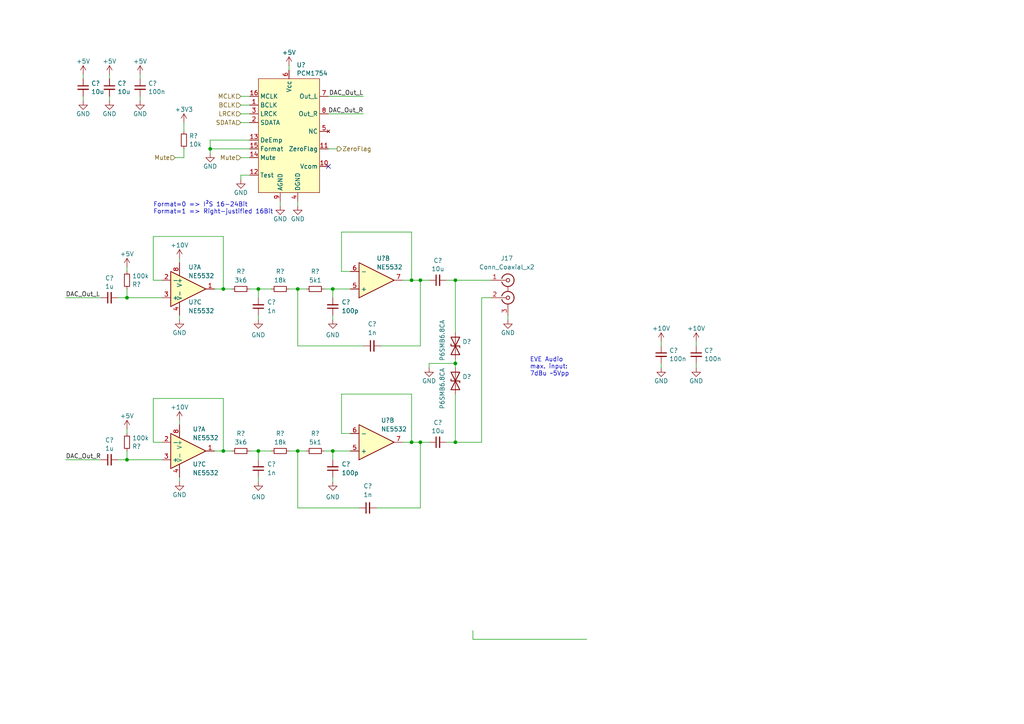
<source format=kicad_sch>
(kicad_sch (version 20230121) (generator eeschema)
  (paper "A4")
  (title_block (title "SmallDSP") (date "2023-10-12") (rev "1.1") (company "Till Heuer"))
  (lib_symbols
    (symbol "1_Project_Symbols:PCM1754"
      (property "Reference" "U" (at -7.62 17.78 0))
      (property "Value" "PCM1754" (at 5.08 17.78 0))
      (symbol "PCM1754_1_1"
        (rectangle (start -8.89 16.51) (end 8.89 -16.51) (fill (type background)))
        (pin input line (at -11.43 8.89 0) (length 2.54) (name "BCLK") (number "1"))
        (pin passive line (at 11.43 -8.89 180) (length 2.54) (name "Vcom") (number "10"))
        (pin output line (at 11.43 -3.81 180) (length 2.54) (name "ZeroFlag") (number "11"))
        (pin input line (at -11.43 -11.43 0) (length 2.54) (name "Test") (number "12"))
        (pin input line (at -11.43 -1.27 0) (length 2.54) (name "DeEmp") (number "13"))
        (pin input line (at -11.43 -6.35 0) (length 2.54) (name "Mute") (number "14"))
        (pin input line (at -11.43 -3.81 0) (length 2.54) (name "Format") (number "15"))
        (pin input line (at -11.43 11.43 0) (length 2.54) (name "MCLK") (number "16"))
        (pin input line (at -11.43 3.81 0) (length 2.54) (name "SDATA") (number "2"))
        (pin input line (at -11.43 6.35 0) (length 2.54) (name "LRCK") (number "3"))
        (pin power_in line (at 2.54 -19.05 90) (length 2.54) (name "DGND") (number "4"))
        (pin no_connect line (at 11.43 1.27 180) (length 2.54) (name "NC") (number "5"))
        (pin power_in line (at 0 19.05 270) (length 2.54) (name "Vcc") (number "6"))
        (pin output line (at 11.43 11.43 180) (length 2.54) (name "Out_L") (number "7"))
        (pin output line (at 11.43 6.35 180) (length 2.54) (name "Out_R") (number "8"))
        (pin power_in line (at -2.54 -19.05 90) (length 2.54) (name "AGND") (number "9"))
      )
    )
    (symbol "Connector:Conn_Coaxial_x2" (pin_names (offset 1.016) hide)
      (property "Reference" "J" (at 0 5.715 0))
      (property "Value" "Conn_Coaxial_x2" (at 2.921 0 90))
      (symbol "Conn_Coaxial_x2_0_1"
        (arc (start -1.778 -3.048) (mid 0.2311 -4.3466) (end 1.778 -2.54) (stroke (width 0.254)))
        (arc (start -1.778 2.032) (mid 0.2311 0.7334) (end 1.778 2.54) (stroke (width 0.254)))
        (circle (center 0 -2.54) (radius 0.508) (stroke (width 0.2032)))
        (polyline (pts (xy -2.54 -2.54) (xy -0.508 -2.54)))
        (polyline (pts (xy -2.54 2.54) (xy -0.508 2.54)))
        (polyline (pts (xy 0 -5.08) (xy 0 -4.318)))
        (polyline (pts (xy 0 0.762) (xy 0 -0.635)))
        (circle (center 0 2.54) (radius 0.508) (stroke (width 0.2032)))
        (arc (start 1.778 -2.54) (mid 0.2099 -0.7299) (end -1.778 -2.032) (stroke (width 0.254)))
        (arc (start 1.778 2.54) (mid 0.2099 4.3501) (end -1.778 3.048) (stroke (width 0.254)))
      )
      (symbol "Conn_Coaxial_x2_1_1"
        (pin passive line (at -5.08 2.54 0) (length 2.54) (name "IN1") (number "1"))
        (pin passive line (at -5.08 -2.54 0) (length 2.54) (name "IN2") (number "2"))
        (pin passive line (at 0 -7.62 90) (length 2.54) (name "EXT") (number "3"))
      )
    )
    (symbol "Device:C_Small" (pin_numbers hide) (pin_names (offset 0.254) hide)
      (property "Reference" "C" (at 0.254 1.778 0))
      (property "Value" "C_Small" (at 0.254 -2.032 0))
      (symbol "C_Small_0_1"
        (polyline (pts (xy -1.524 -0.508) (xy 1.524 -0.508)) (stroke (width 0.3302)))
        (polyline (pts (xy -1.524 0.508) (xy 1.524 0.508)) (stroke (width 0.3048)))
      )
      (symbol "C_Small_1_1"
        (pin passive line (at 0 2.54 270) (length 2.032) (name "~") (number "1"))
        (pin passive line (at 0 -2.54 90) (length 2.032) (name "~") (number "2"))
      )
    )
    (symbol "Device:D_TVS" (pin_numbers hide) (pin_names (offset 1.016) hide)
      (property "Reference" "D" (at 0 2.54 0))
      (property "Value" "D_TVS" (at 0 -2.54 0))
      (symbol "D_TVS_0_1"
        (polyline (pts (xy 1.27 0) (xy -1.27 0)))
        (polyline (pts (xy 0.508 1.27) (xy 0 1.27) (xy 0 -1.27) (xy -0.508 -1.27)) (stroke (width 0.254)))
        (polyline (pts (xy -2.54 1.27) (xy -2.54 -1.27) (xy 2.54 1.27) (xy 2.54 -1.27) (xy -2.54 1.27)) (stroke (width 0.254)))
      )
      (symbol "D_TVS_1_1"
        (pin passive line (at -3.81 0 0) (length 2.54) (name "A1") (number "1"))
        (pin passive line (at 3.81 0 180) (length 2.54) (name "A2") (number "2"))
      )
    )
    (symbol "Device:Opamp_Dual"
      (property "Reference" "U" (at 0 5.08 0))
      (property "Value" "Opamp_Dual" (at 0 -5.08 0))
      (symbol "Opamp_Dual_1_1"
        (polyline (pts (xy -5.08 5.08) (xy 5.08 0) (xy -5.08 -5.08) (xy -5.08 5.08)) (stroke (width 0.254)) (fill (type background)))
        (pin output line (at 7.62 0 180) (length 2.54) (name "~") (number "1"))
        (pin input line (at -7.62 -2.54 0) (length 2.54) (name "-") (number "2"))
        (pin input line (at -7.62 2.54 0) (length 2.54) (name "+") (number "3"))
      )
      (symbol "Opamp_Dual_2_1"
        (polyline (pts (xy -5.08 5.08) (xy 5.08 0) (xy -5.08 -5.08) (xy -5.08 5.08)) (stroke (width 0.254)) (fill (type background)))
        (pin input line (at -7.62 2.54 0) (length 2.54) (name "+") (number "5"))
        (pin input line (at -7.62 -2.54 0) (length 2.54) (name "-") (number "6"))
        (pin output line (at 7.62 0 180) (length 2.54) (name "~") (number "7"))
      )
      (symbol "Opamp_Dual_3_1"
        (pin power_in line (at -2.54 -7.62 90) (length 3.81) (name "V-") (number "4"))
        (pin power_in line (at -2.54 7.62 270) (length 3.81) (name "V+") (number "8"))
      )
    )
    (symbol "Device:R_Small" (pin_numbers hide) (pin_names (offset 0.254) hide)
      (property "Reference" "R" (at 0.762 0.508 0))
      (property "Value" "R_Small" (at 0.762 -1.016 0))
      (symbol "R_Small_0_1"
        (rectangle (start -0.762 1.778) (end 0.762 -1.778) (stroke (width 0.2032)))
      )
      (symbol "R_Small_1_1"
        (pin passive line (at 0 2.54 270) (length 0.762) (name "~") (number "1"))
        (pin passive line (at 0 -2.54 90) (length 0.762) (name "~") (number "2"))
      )
    )
    (symbol "power:+10V" (power) (pin_names (offset 0))
      (property "Value" "+10V" (at 0 3.556 0))
      (symbol "+10V_0_1"
        (polyline (pts (xy -0.762 1.27) (xy 0 2.54)))
        (polyline (pts (xy 0 0) (xy 0 2.54)))
        (polyline (pts (xy 0 2.54) (xy 0.762 1.27)))
      )
      (symbol "+10V_1_1"
        (pin power_in line (at 0 0 90) (length 0) hide (name "+10V") (number "1"))
      )
    )
    (symbol "power:+3V3" (power) (pin_names (offset 0))
      (property "Value" "+3V3" (at 0 3.556 0))
      (symbol "+3V3_0_1"
        (polyline (pts (xy -0.762 1.27) (xy 0 2.54)))
        (polyline (pts (xy 0 0) (xy 0 2.54)))
        (polyline (pts (xy 0 2.54) (xy 0.762 1.27)))
      )
      (symbol "+3V3_1_1"
        (pin power_in line (at 0 0 90) (length 0) hide (name "+3V3") (number "1"))
      )
    )
    (symbol "power:+5V" (power) (pin_names (offset 0))
      (property "Value" "+5V" (at 0 3.556 0))
      (symbol "+5V_0_1"
        (polyline (pts (xy -0.762 1.27) (xy 0 2.54)))
        (polyline (pts (xy 0 0) (xy 0 2.54)))
        (polyline (pts (xy 0 2.54) (xy 0.762 1.27)))
      )
      (symbol "+5V_1_1"
        (pin power_in line (at 0 0 90) (length 0) hide (name "+5V") (number "1"))
      )
    )
    (symbol "power:GND" (power) (pin_names (offset 0))
      (property "Value" "GND" (at 0 -3.81 0))
      (symbol "GND_0_1"
        (polyline (pts (xy 0 0) (xy 0 -1.27) (xy 1.27 -1.27) (xy 0 -2.54) (xy -1.27 -1.27) (xy 0 -1.27)))
      )
      (symbol "GND_1_1"
        (pin power_in line (at 0 0 270) (length 0) hide (name "GND") (number "1"))
      )
    )
  )
  (junction (at 96.52 83.82))
  (junction (at 74.93 130.81))
  (junction (at 132.08 81.28))
  (junction (at 119.38 128.27))
  (junction (at 64.77 83.82))
  (junction (at 121.92 81.28))
  (junction (at 96.52 130.81))
  (junction (at 60.96 43.18))
  (junction (at 86.36 130.81))
  (junction (at 36.83 133.35))
  (junction (at 132.08 128.27))
  (junction (at 119.38 81.28))
  (junction (at 86.36 83.82))
  (junction (at 74.93 83.82))
  (junction (at 121.92 128.27))
  (junction (at 36.83 86.36))
  (junction (at 64.77 130.81))
  (junction (at 132.08 105.41))
  (no_connect (at 95.25 48.26))
  (wire (pts (xy 67.31 83.82) (xy 64.77 83.82)))
  (wire (pts (xy 31.75 27.94) (xy 31.75 29.21)))
  (wire (pts (xy 53.34 45.72) (xy 53.34 43.18)))
  (wire (pts (xy 95.25 33.02) (xy 105.41 33.02)))
  (wire (pts (xy 110.49 100.33) (xy 121.92 100.33)))
  (wire (pts (xy 201.93 105.41) (xy 201.93 106.68)))
  (wire (pts (xy 74.93 83.82) (xy 72.39 83.82)))
  (wire (pts (xy 121.92 81.28) (xy 124.46 81.28)))
  (wire (pts (xy 34.29 86.36) (xy 36.83 86.36)))
  (wire (pts (xy 64.77 130.81) (xy 62.23 130.81)))
  (wire (pts (xy 36.83 125.73) (xy 36.83 124.46)))
  (wire (pts (xy 132.08 105.41) (xy 124.46 105.41)))
  (wire (pts (xy 46.99 81.28) (xy 44.45 81.28)))
  (wire (pts (xy 86.36 100.33) (xy 105.41 100.33)))
  (wire (pts (xy 86.36 130.81) (xy 83.82 130.81)))
  (wire (pts (xy 52.07 91.44) (xy 52.07 92.71)))
  (wire (pts (xy 121.92 128.27) (xy 119.38 128.27)))
  (wire (pts (xy 137.16 185.42) (xy 170.18 185.42)))
  (wire (pts (xy 44.45 115.57) (xy 64.77 115.57)))
  (wire (pts (xy 124.46 105.41) (xy 124.46 106.68)))
  (wire (pts (xy 60.96 43.18) (xy 72.39 43.18)))
  (wire (pts (xy 96.52 83.82) (xy 96.52 86.36)))
  (wire (pts (xy 142.24 81.28) (xy 132.08 81.28)))
  (wire (pts (xy 64.77 68.58) (xy 64.77 83.82)))
  (wire (pts (xy 53.34 38.1) (xy 53.34 35.56)))
  (wire (pts (xy 99.06 114.3) (xy 99.06 125.73)))
  (wire (pts (xy 40.64 21.59) (xy 40.64 22.86)))
  (wire (pts (xy 69.85 33.02) (xy 72.39 33.02)))
  (wire (pts (xy 95.25 43.18) (xy 97.79 43.18)))
  (wire (pts (xy 50.8 45.72) (xy 53.34 45.72)))
  (wire (pts (xy 69.85 30.48) (xy 72.39 30.48)))
  (wire (pts (xy 121.92 147.32) (xy 121.92 128.27)))
  (wire (pts (xy 137.16 182.88) (xy 137.16 185.42)))
  (wire (pts (xy 36.83 86.36) (xy 36.83 83.82)))
  (wire (pts (xy 60.96 40.64) (xy 72.39 40.64)))
  (wire (pts (xy 36.83 86.36) (xy 46.99 86.36)))
  (wire (pts (xy 99.06 67.31) (xy 119.38 67.31)))
  (wire (pts (xy 119.38 114.3) (xy 99.06 114.3)))
  (wire (pts (xy 119.38 67.31) (xy 119.38 81.28)))
  (wire (pts (xy 96.52 139.7) (xy 96.52 138.43)))
  (wire (pts (xy 139.7 86.36) (xy 142.24 86.36)))
  (wire (pts (xy 64.77 115.57) (xy 64.77 130.81)))
  (wire (pts (xy 36.83 133.35) (xy 36.83 130.81)))
  (wire (pts (xy 132.08 128.27) (xy 139.7 128.27)))
  (wire (pts (xy 86.36 147.32) (xy 104.14 147.32)))
  (wire (pts (xy 44.45 81.28) (xy 44.45 68.58)))
  (wire (pts (xy 46.99 128.27) (xy 44.45 128.27)))
  (wire (pts (xy 121.92 81.28) (xy 119.38 81.28)))
  (wire (pts (xy 191.77 99.06) (xy 191.77 100.33)))
  (wire (pts (xy 69.85 52.07) (xy 69.85 50.8)))
  (wire (pts (xy 52.07 138.43) (xy 52.07 139.7)))
  (wire (pts (xy 116.84 81.28) (xy 119.38 81.28)))
  (wire (pts (xy 129.54 128.27) (xy 132.08 128.27)))
  (wire (pts (xy 40.64 27.94) (xy 40.64 29.21)))
  (wire (pts (xy 69.85 45.72) (xy 72.39 45.72)))
  (wire (pts (xy 44.45 128.27) (xy 44.45 115.57)))
  (wire (pts (xy 69.85 50.8) (xy 72.39 50.8)))
  (wire (pts (xy 86.36 130.81) (xy 86.36 147.32)))
  (wire (pts (xy 139.7 128.27) (xy 139.7 86.36)))
  (wire (pts (xy 191.77 105.41) (xy 191.77 106.68)))
  (wire (pts (xy 60.96 43.18) (xy 60.96 44.45)))
  (wire (pts (xy 24.13 27.94) (xy 24.13 29.21)))
  (wire (pts (xy 121.92 81.28) (xy 121.92 100.33)))
  (wire (pts (xy 95.25 27.94) (xy 105.41 27.94)))
  (wire (pts (xy 81.28 58.42) (xy 81.28 59.69)))
  (wire (pts (xy 132.08 104.14) (xy 132.08 105.41)))
  (wire (pts (xy 132.08 81.28) (xy 132.08 96.52)))
  (wire (pts (xy 44.45 68.58) (xy 64.77 68.58)))
  (wire (pts (xy 99.06 125.73) (xy 101.6 125.73)))
  (wire (pts (xy 69.85 27.94) (xy 72.39 27.94)))
  (wire (pts (xy 69.85 35.56) (xy 72.39 35.56)))
  (wire (pts (xy 88.9 130.81) (xy 86.36 130.81)))
  (wire (pts (xy 129.54 81.28) (xy 132.08 81.28)))
  (wire (pts (xy 24.13 21.59) (xy 24.13 22.86)))
  (wire (pts (xy 132.08 105.41) (xy 132.08 106.68)))
  (wire (pts (xy 96.52 130.81) (xy 96.52 133.35)))
  (wire (pts (xy 109.22 147.32) (xy 121.92 147.32)))
  (wire (pts (xy 46.99 133.35) (xy 36.83 133.35)))
  (wire (pts (xy 83.82 19.05) (xy 83.82 20.32)))
  (wire (pts (xy 74.93 130.81) (xy 74.93 133.35)))
  (wire (pts (xy 88.9 83.82) (xy 86.36 83.82)))
  (wire (pts (xy 29.21 86.36) (xy 19.05 86.36)))
  (wire (pts (xy 86.36 58.42) (xy 86.36 59.69)))
  (wire (pts (xy 34.29 133.35) (xy 36.83 133.35)))
  (wire (pts (xy 74.93 83.82) (xy 74.93 86.36)))
  (wire (pts (xy 119.38 128.27) (xy 119.38 114.3)))
  (wire (pts (xy 60.96 40.64) (xy 60.96 43.18)))
  (wire (pts (xy 101.6 130.81) (xy 96.52 130.81)))
  (wire (pts (xy 86.36 83.82) (xy 86.36 100.33)))
  (wire (pts (xy 31.75 21.59) (xy 31.75 22.86)))
  (wire (pts (xy 52.07 121.92) (xy 52.07 123.19)))
  (wire (pts (xy 201.93 99.06) (xy 201.93 100.33)))
  (wire (pts (xy 74.93 130.81) (xy 72.39 130.81)))
  (wire (pts (xy 74.93 83.82) (xy 78.74 83.82)))
  (wire (pts (xy 86.36 83.82) (xy 83.82 83.82)))
  (wire (pts (xy 132.08 114.3) (xy 132.08 128.27)))
  (wire (pts (xy 52.07 74.93) (xy 52.07 76.2)))
  (wire (pts (xy 29.21 133.35) (xy 19.05 133.35)))
  (wire (pts (xy 64.77 83.82) (xy 62.23 83.82)))
  (wire (pts (xy 99.06 78.74) (xy 101.6 78.74)))
  (wire (pts (xy 74.93 92.71) (xy 74.93 91.44)))
  (wire (pts (xy 121.92 128.27) (xy 124.46 128.27)))
  (wire (pts (xy 36.83 78.74) (xy 36.83 77.47)))
  (wire (pts (xy 74.93 130.81) (xy 78.74 130.81)))
  (wire (pts (xy 96.52 83.82) (xy 93.98 83.82)))
  (wire (pts (xy 96.52 130.81) (xy 93.98 130.81)))
  (wire (pts (xy 96.52 83.82) (xy 101.6 83.82)))
  (wire (pts (xy 147.32 91.44) (xy 147.32 92.71)))
  (wire (pts (xy 99.06 67.31) (xy 99.06 78.74)))
  (wire (pts (xy 67.31 130.81) (xy 64.77 130.81)))
  (wire (pts (xy 74.93 139.7) (xy 74.93 138.43)))
  (wire (pts (xy 119.38 128.27) (xy 116.84 128.27)))
  (wire (pts (xy 96.52 92.71) (xy 96.52 91.44)))
  (text "EVE Audio\nmax. input:\n7dBu ~5Vpp" (at 153.67 109.22 0) (effects (font (size 1.27 1.27)) (justify left bottom)))
  (text "Format=0 => I²S 16-24Bit\nFormat=1 => Right-justified 16Bit" (at 44.45 62.23 0) (effects (font (size 1.27 1.27)) (justify left bottom)))
  (label "DAC_Out_L" (at 105.41 27.94 180))
  (label "DAC_Out_R" (at 19.05 133.35 0))
  (label "DAC_Out_R" (at 105.41 33.02 180))
  (label "DAC_Out_L" (at 19.05 86.36 0))
  (hierarchical_label "MCLK" (shape input) (at 69.85 27.94 180))
  (hierarchical_label "SDATA" (shape input) (at 69.85 35.56 180))
  (hierarchical_label "Mute" (shape input) (at 69.85 45.72 180))
  (hierarchical_label "BCLK" (shape input) (at 69.85 30.48 180))
  (hierarchical_label "ZeroFlag" (shape output) (at 97.79 43.18 0))
  (hierarchical_label "Mute" (shape input) (at 50.8 45.72 180))
  (hierarchical_label "LRCK" (shape input) (at 69.85 33.02 180))
  (symbol (lib_id "power:+5V") (at 31.75 21.59 0) (unit 1)
    (property "Reference" "#PWR?" (effects hide))
    (property "Value" "+5V" (at 31.75 17.78 0))
    (instances (project "SmallDSPMulti" (path "" (reference "#PWR?") (unit 1)) (path "" (reference "#PWR0120") (unit 1))))
  )
  (symbol (lib_id "Device:Opamp_Dual") (at 109.22 128.27 0) (mirror x) (unit 2)
    (property "Reference" "U?" (at 110.49 121.92 0) (effects (justify left)))
    (property "Value" "NE5532" (at 110.49 124.46 0) (effects (justify left)))
    (property "Footprint" "Package_SO:SOIC-8_3.9x4.9mm_P1.27mm" (effects hide))
    (property "Manufacturer" "Texas Instruments" (effects hide))
    (property "Part Number" "NE5532DR" (effects hide))
    (property "Notes" "Cheaper and better ROHM LM4565" (effects hide))
    (property "Assembling" "X" (effects hide))
    (property "JLC Part Number" "C7426" (effects hide))
    (instances (project "BluetoothAudio" (path "" (reference "U?") (unit 2))) (project "SmallDSPMulti" (path "" (reference "U9") (unit 2))) (project "Active_Monitor_Router" (path "" (reference "U?") (unit 2)) (path "" (reference "U?") (unit 2)) (path "" (reference "U?") (unit 2))))
  )
  (symbol (lib_id "Device:C_Small") (at 74.93 88.9 180) (unit 1)
    (property "Reference" "C?" (at 77.47 87.6235 0) (effects (justify right)))
    (property "Value" "1n" (at 77.47 90.1635 0) (effects (justify right)))
    (property "Footprint" "Capacitor_SMD:C_0603_1608Metric" (effects hide))
    (property "Manufacturer" "Samsung Electro-Mechanics" (effects hide))
    (property "Part Number" "CL10B102KB8NNNC" (effects hide))
    (property "Dielectric" "X7R" (effects hide))
    (property "Rated Voltage" "50V" (effects hide))
    (property "Tolerance" "10%" (effects hide))
    (property "Notes" "C0G better but not a JLC basic Part" (effects hide))
    (property "JLC Part Number" "C1588" (effects hide))
    (property "Assembling" "X" (effects hide))
    (instances (project "BluetoothAudio" (path "" (reference "C?") (unit 1))) (project "SmallDSPMulti" (path "" (reference "C34") (unit 1))) (project "Active_Monitor_Router" (path "" (reference "C?") (unit 1)) (path "" (reference "C?") (unit 1)) (path "" (reference "C?") (unit 1))))
  )
  (symbol (lib_id "power:GND") (at 96.52 92.71 0) (unit 1)
    (property "Reference" "#PWR?" (effects hide))
    (property "Value" "GND" (at 96.52 97.1534 0))
    (instances (project "BluetoothAudio" (path "" (reference "#PWR?") (unit 1))) (project "SmallDSPMulti" (path "" (reference "#PWR0138") (unit 1))) (project "Active_Monitor_Router" (path "" (reference "#PWR?") (unit 1)) (path "" (reference "#PWR?") (unit 1)) (path "" (reference "#PWR?") (unit 1))))
  )
  (symbol (lib_id "power:GND") (at 86.36 59.69 0) (unit 1)
    (property "Reference" "#PWR?" (effects hide))
    (property "Value" "GND" (at 86.36 63.5 0))
    (instances (project "SmallDSPMulti" (path "" (reference "#PWR?") (unit 1)) (path "" (reference "#PWR0137") (unit 1))))
  )
  (symbol (lib_id "power:+5V") (at 24.13 21.59 0) (unit 1)
    (property "Reference" "#PWR?" (effects hide))
    (property "Value" "+5V" (at 24.13 17.78 0))
    (instances (project "SmallDSPMulti" (path "" (reference "#PWR?") (unit 1)) (path "" (reference "#PWR0118") (unit 1))))
  )
  (symbol (lib_id "Device:R_Small") (at 91.44 130.81 270) (unit 1)
    (property "Reference" "R?" (at 91.44 125.73 90))
    (property "Value" "5k1" (at 91.44 128.27 90))
    (property "Footprint" "Resistor_SMD:R_0402_1005Metric" (effects hide))
    (property "Manufacturer" "UNI-ROYAL(Uniroyal Elec)" (effects hide))
    (property "Part Number" "0402WGF5101TCE" (effects hide))
    (property "Tolerance" "1%" (effects hide))
    (property "JLC Part Number" "C25905" (effects hide))
    (property "Assembling" "X" (effects hide))
    (property "Rated Power" "62.5mW" (effects hide))
    (instances (project "BluetoothAudio" (path "" (reference "R?") (unit 1))) (project "SmallDSPMulti" (path "" (reference "R51") (unit 1))) (project "Active_Monitor_Router" (path "" (reference "R?") (unit 1)) (path "" (reference "R?") (unit 1)) (path "" (reference "R?") (unit 1))))
  )
  (symbol (lib_id "Device:R_Small") (at 81.28 130.81 270) (unit 1)
    (property "Reference" "R?" (at 81.28 125.73 90))
    (property "Value" "18k" (at 81.28 128.27 90))
    (property "Footprint" "Resistor_SMD:R_0402_1005Metric" (effects hide))
    (property "Manufacturer" "UNI-ROYAL(Uniroyal Elec)" (effects hide))
    (property "Part Number" "0402WGF1802TCE" (effects hide))
    (property "Tolerance" "1%" (effects hide))
    (property "JLC Part Number" "C25762" (effects hide))
    (property "Assembling" "X" (effects hide))
    (property "Rated Power" "62.5mW" (effects hide))
    (instances (project "BluetoothAudio" (path "" (reference "R?") (unit 1))) (project "SmallDSPMulti" (path "" (reference "R49") (unit 1))) (project "Active_Monitor_Router" (path "" (reference "R?") (unit 1)) (path "" (reference "R?") (unit 1)) (path "" (reference "R?") (unit 1))))
  )
  (symbol (lib_id "power:+10V") (at 191.77 99.06 0) (unit 1)
    (property "Reference" "#PWR?" (effects hide))
    (property "Value" "+10V" (at 191.77 95.25 0))
    (instances (project "SmallDSPMulti" (path "" (reference "#PWR?") (unit 1)) (path "" (reference "#PWR?") (unit 1)) (path "" (reference "#PWR?") (unit 1)) (path "" (reference "#PWR0150") (unit 1))))
  )
  (symbol (lib_id "Device:D_TVS") (at 132.08 100.33 90) (unit 1)
    (property "Reference" "D?" (at 134.112 99.1179 90) (effects (justify right)))
    (property "Value" "P6SMB6.8CA" (at 128.27 92.71 0) (effects (justify right)))
    (property "Footprint" "Diode_SMD:D_SMB" (effects hide))
    (property "Assembling" "X" (effects hide))
    (property "JLC Part Number" "C78395" (effects hide))
    (property "Manufacturer" "Brightking" (effects hide))
    (property "Part Number" "P6SMB6.8CA/TR13" (effects hide))
    (instances (project "SmallDSPMulti" (path "" (reference "D?") (unit 1)) (path "" (reference "D12") (unit 1))))
  )
  (symbol (lib_id "Device:D_TVS") (at 132.08 110.49 90) (unit 1)
    (property "Reference" "D?" (at 134.112 109.2779 90) (effects (justify right)))
    (property "Value" "P6SMB6.8CA" (at 128.27 106.68 0) (effects (justify right)))
    (property "Footprint" "Diode_SMD:D_SMB" (effects hide))
    (property "Assembling" "X" (effects hide))
    (property "JLC Part Number" "C78395" (effects hide))
    (property "Manufacturer" "Brightking" (effects hide))
    (property "Part Number" "P6SMB6.8CA/TR13" (effects hide))
    (instances (project "SmallDSPMulti" (path "" (reference "D?") (unit 1)) (path "" (reference "D13") (unit 1))))
  )
  (symbol (lib_id "Device:C_Small") (at 31.75 133.35 90) (unit 1)
    (property "Reference" "C?" (at 31.7563 127.6436 90))
    (property "Value" "1u" (at 31.7563 130.0678 90))
    (property "Footprint" "Capacitor_SMD:C_1206_3216Metric" (effects hide))
    (property "Dielectric" "X7R" (effects hide))
    (property "Rated Voltage" "50V" (effects hide))
    (property "Assembling" "X" (effects hide))
    (property "JLC Part Number" "C1848" (effects hide))
    (property "Manufacturer" "Samsung Electro-Mechanics" (effects hide))
    (property "Part Number" "CL31B105KBHNNNE" (effects hide))
    (property "Tolerance" "10%" (effects hide))
    (instances (project "SmallDSPMulti" (path "" (reference "C?") (unit 1)) (path "" (reference "C?") (unit 1)) (path "" (reference "C32") (unit 1))))
  )
  (symbol (lib_id "power:GND") (at 40.64 29.21 0) (unit 1)
    (property "Reference" "#PWR?" (effects hide))
    (property "Value" "GND" (at 40.64 33.02 0))
    (instances (project "SmallDSPMulti" (path "" (reference "#PWR?") (unit 1)) (path "" (reference "#PWR0125") (unit 1))))
  )
  (symbol (lib_id "power:+3V3") (at 53.34 35.56 0) (unit 1)
    (property "Reference" "#PWR?" (effects hide))
    (property "Value" "+3V3" (at 53.34 31.75 0))
    (instances (project "SmallDSPMulti" (path "" (reference "#PWR?") (unit 1)) (path "" (reference "#PWR0130") (unit 1))))
  )
  (symbol (lib_id "power:GND") (at 96.52 139.7 0) (unit 1)
    (property "Reference" "#PWR?" (effects hide))
    (property "Value" "GND" (at 96.52 144.1434 0))
    (instances (project "BluetoothAudio" (path "" (reference "#PWR?") (unit 1))) (project "SmallDSPMulti" (path "" (reference "#PWR0139") (unit 1))) (project "Active_Monitor_Router" (path "" (reference "#PWR?") (unit 1)) (path "" (reference "#PWR?") (unit 1)) (path "" (reference "#PWR?") (unit 1))))
  )
  (symbol (lib_id "Device:R_Small") (at 53.34 40.64 180) (unit 1)
    (property "Reference" "R?" (at 54.8386 39.4279 0) (effects (justify right)))
    (property "Value" "10k" (at 54.8386 41.8521 0) (effects (justify right)))
    (property "Footprint" "Resistor_SMD:R_0402_1005Metric" (effects hide))
    (property "Assembling" "X" (effects hide))
    (property "JLC Part Number" "C25744" (effects hide))
    (property "Manufacturer" "UNI-ROYAL(Uniroyal Elec)" (effects hide))
    (property "Rated Power" "62.5mW" (effects hide))
    (property "Part Number" "0402WGF1002TCE" (effects hide))
    (property "Tolerance" "1%" (effects hide))
    (instances (project "SmallDSPMulti" (path "" (reference "R?") (unit 1)) (path "" (reference "R?") (unit 1)) (path "" (reference "R45") (unit 1))))
  )
  (symbol (lib_id "Device:C_Small") (at 24.13 25.4 0) (unit 1)
    (property "Reference" "C?" (at 26.4541 24.1942 0) (effects (justify left)))
    (property "Value" "10u" (at 26.4541 26.6184 0) (effects (justify left)))
    (property "Footprint" "Capacitor_SMD:C_0603_1608Metric" (effects hide))
    (property "Dielectric" "X5R" (effects hide))
    (property "Notes" "-50%@5VDC" (effects hide))
    (property "Rated Voltage" "25V" (effects hide))
    (property "Assembling" "X" (effects hide))
    (property "JLC Part Number" "C96446" (effects hide))
    (property "Manufacturer" "Samsung Electro-Mechanics" (effects hide))
    (property "Part Number" "CL10A106MA8NRNC" (effects hide))
    (property "Tolerance" "10%" (effects hide))
    (instances (project "SmallDSPMulti" (path "" (reference "C?") (unit 1)) (path "" (reference "C29") (unit 1))))
  )
  (symbol (lib_id "power:GND") (at 60.96 44.45 0) (unit 1)
    (property "Reference" "#PWR?" (effects hide))
    (property "Value" "GND" (at 60.96 48.26 0))
    (instances (project "SmallDSPMulti" (path "" (reference "#PWR?") (unit 1)) (path "" (reference "#PWR0131") (unit 1))))
  )
  (symbol (lib_id "Device:C_Small") (at 96.52 88.9 180) (unit 1)
    (property "Reference" "C?" (at 99.06 87.6235 0) (effects (justify right)))
    (property "Value" "100p" (at 99.06 90.1635 0) (effects (justify right)))
    (property "Footprint" "Capacitor_SMD:C_0402_1005Metric" (effects hide))
    (property "Manufacturer" "FH (Guangdong Fenghua Advanced Tech)" (effects hide))
    (property "Part Number" "0402CG101J500NT" (effects hide))
    (property "Dielectric" "C0G" (effects hide))
    (property "Rated Voltage" "50V" (effects hide))
    (property "Tolerance" "5%" (effects hide))
    (property "JLC Part Number" "C1546" (effects hide))
    (property "Assembling" "X" (effects hide))
    (instances (project "BluetoothAudio" (path "" (reference "C?") (unit 1))) (project "SmallDSPMulti" (path "" (reference "C36") (unit 1))) (project "Active_Monitor_Router" (path "" (reference "C?") (unit 1)) (path "" (reference "C?") (unit 1)) (path "" (reference "C?") (unit 1))))
  )
  (symbol (lib_id "Device:C_Small") (at 106.68 147.32 90) (unit 1)
    (property "Reference" "C?" (at 106.6863 140.97 90))
    (property "Value" "1n" (at 106.6863 143.51 90))
    (property "Footprint" "Capacitor_SMD:C_0603_1608Metric" (effects hide))
    (property "Manufacturer" "Samsung Electro-Mechanics" (effects hide))
    (property "Part Number" "CL10B102KB8NNNC" (effects hide))
    (property "Dielectric" "X7R" (effects hide))
    (property "Rated Voltage" "50V" (effects hide))
    (property "Tolerance" "10%" (effects hide))
    (property "Notes" "C0G better but not a JLC basic Part" (effects hide))
    (property "JLC Part Number" "C1588" (effects hide))
    (property "Assembling" "X" (effects hide))
    (instances (project "BluetoothAudio" (path "" (reference "C?") (unit 1))) (project "SmallDSPMulti" (path "" (reference "C38") (unit 1))) (project "Active_Monitor_Router" (path "" (reference "C?") (unit 1)) (path "" (reference "C?") (unit 1)) (path "" (reference "C?") (unit 1))))
  )
  (symbol (lib_id "power:+10V") (at 201.93 99.06 0) (unit 1)
    (property "Reference" "#PWR?" (effects hide))
    (property "Value" "+10V" (at 201.93 95.25 0))
    (instances (project "SmallDSPMulti" (path "" (reference "#PWR?") (unit 1)) (path "" (reference "#PWR?") (unit 1)) (path "" (reference "#PWR?") (unit 1)) (path "" (reference "#PWR0154") (unit 1))))
  )
  (symbol (lib_id "power:GND") (at 74.93 139.7 0) (unit 1)
    (property "Reference" "#PWR?" (effects hide))
    (property "Value" "GND" (at 74.93 144.1434 0))
    (instances (project "BluetoothAudio" (path "" (reference "#PWR?") (unit 1))) (project "SmallDSPMulti" (path "" (reference "#PWR0134") (unit 1))) (project "Active_Monitor_Router" (path "" (reference "#PWR?") (unit 1)) (path "" (reference "#PWR?") (unit 1)) (path "" (reference "#PWR?") (unit 1))))
  )
  (symbol (lib_id "power:+5V") (at 40.64 21.59 0) (unit 1)
    (property "Reference" "#PWR?" (effects hide))
    (property "Value" "+5V" (at 40.64 17.78 0))
    (instances (project "SmallDSPMulti" (path "" (reference "#PWR?") (unit 1)) (path "" (reference "#PWR0124") (unit 1))))
  )
  (symbol (lib_id "Connector:Conn_Coaxial_x2") (at 147.32 83.82 0) (unit 1)
    (property "Reference" "J17" (at 147.0026 74.93 0))
    (property "Value" "Conn_Coaxial_x2" (at 147.0026 77.47 0))
    (property "Datasheet" " ~" (effects hide))
    (instances (project "SmallDSPMulti" (path "" (reference "J17") (unit 1)) (path "" (reference "J13") (unit 1))))
  )
  (symbol (lib_id "Device:Opamp_Dual") (at 54.61 83.82 0) (unit 3)
    (property "Reference" "U?" (at 54.61 87.63 0) (effects (justify left)))
    (property "Value" "NE5532" (at 54.61 90.17 0) (effects (justify left)))
    (property "Footprint" "Package_SO:SOIC-8_3.9x4.9mm_P1.27mm" (effects hide))
    (property "Manufacturer" "Texas Instruments" (effects hide))
    (property "Part Number" "NE5532DR" (effects hide))
    (property "Assembling" "X" (effects hide))
    (property "JLC Part Number" "C7426" (effects hide))
    (instances (project "SmallDSPMulti" (path "" (reference "U?") (unit 3)) (path "" (reference "U?") (unit 3)) (path "" (reference "U8") (unit 3))))
  )
  (symbol (lib_id "power:+5V") (at 36.83 124.46 0) (unit 1)
    (property "Reference" "#PWR?" (effects hide))
    (property "Value" "+5V" (at 36.83 120.65 0))
    (instances (project "SmallDSPMulti" (path "" (reference "#PWR?") (unit 1)) (path "" (reference "#PWR?") (unit 1)) (path "" (reference "#PWR0123") (unit 1))))
  )
  (symbol (lib_id "power:GND") (at 124.46 106.68 0) (mirror y) (unit 1)
    (property "Reference" "#PWR?" (effects hide))
    (property "Value" "GND" (at 124.46 110.49 0))
    (instances (project "SmallDSPMulti" (path "" (reference "#PWR?") (unit 1)) (path "" (reference "#PWR0160") (unit 1))))
  )
  (symbol (lib_id "Device:Opamp_Dual") (at 109.22 81.28 0) (mirror x) (unit 2)
    (property "Reference" "U?" (at 109.22 74.93 0) (effects (justify left)))
    (property "Value" "NE5532" (at 109.22 77.47 0) (effects (justify left)))
    (property "Footprint" "Package_SO:SOIC-8_3.9x4.9mm_P1.27mm" (effects hide))
    (property "Manufacturer" "Texas Instruments" (effects hide))
    (property "Part Number" "NE5532DR" (effects hide))
    (property "Assembling" "X" (effects hide))
    (property "JLC Part Number" "C7426" (effects hide))
    (instances (project "SmallDSPMulti" (path "" (reference "U?") (unit 2)) (path "" (reference "U?") (unit 2)) (path "" (reference "U8") (unit 2))))
  )
  (symbol (lib_id "Device:C_Small") (at 31.75 25.4 0) (unit 1)
    (property "Reference" "C?" (at 34.0741 24.1942 0) (effects (justify left)))
    (property "Value" "10u" (at 34.0741 26.6184 0) (effects (justify left)))
    (property "Footprint" "Capacitor_SMD:C_0603_1608Metric" (effects hide))
    (property "Dielectric" "X5R" (effects hide))
    (property "Notes" "-50%@5VDC" (effects hide))
    (property "Rated Voltage" "25V" (effects hide))
    (property "Assembling" "X" (effects hide))
    (property "JLC Part Number" "C96446" (effects hide))
    (property "Manufacturer" "Samsung Electro-Mechanics" (effects hide))
    (property "Part Number" "CL10A106MA8NRNC" (effects hide))
    (property "Tolerance" "10%" (effects hide))
    (instances (project "SmallDSPMulti" (path "" (reference "C?") (unit 1)) (path "" (reference "C30") (unit 1))))
  )
  (symbol (lib_id "power:GND") (at 191.77 106.68 0) (unit 1)
    (property "Reference" "#PWR?" (effects hide))
    (property "Value" "GND" (at 191.77 110.49 0))
    (instances (project "SmallDSPMulti" (path "" (reference "#PWR?") (unit 1)) (path "" (reference "#PWR0151") (unit 1))))
  )
  (symbol (lib_id "power:GND") (at 24.13 29.21 0) (unit 1)
    (property "Reference" "#PWR?" (effects hide))
    (property "Value" "GND" (at 24.13 33.02 0))
    (instances (project "SmallDSPMulti" (path "" (reference "#PWR?") (unit 1)) (path "" (reference "#PWR0119") (unit 1))))
  )
  (symbol (lib_id "Device:R_Small") (at 36.83 81.28 0) (mirror y) (unit 1)
    (property "Reference" "R?" (at 38.3286 82.4921 0) (effects (justify right)))
    (property "Value" "100k" (at 38.3286 80.0679 0) (effects (justify right)))
    (property "Footprint" "Resistor_SMD:R_0402_1005Metric" (effects hide))
    (property "Assembling" "X" (effects hide))
    (property "JLC Part Number" "C25741" (effects hide))
    (property "Manufacturer" "UNI-ROYAL(Uniroyal Elec)" (effects hide))
    (property "Rated Power" "62.5mW" (effects hide))
    (property "Part Number" "0402WGF1003TCE" (effects hide))
    (property "Tolerance" "1%" (effects hide))
    (instances (project "SmallDSPMulti" (path "" (reference "R?") (unit 1)) (path "" (reference "R?") (unit 1)) (path "" (reference "R43") (unit 1))))
  )
  (symbol (lib_id "power:GND") (at 201.93 106.68 0) (unit 1)
    (property "Reference" "#PWR?" (effects hide))
    (property "Value" "GND" (at 201.93 110.49 0))
    (instances (project "SmallDSPMulti" (path "" (reference "#PWR?") (unit 1)) (path "" (reference "#PWR0155") (unit 1))))
  )
  (symbol (lib_id "Device:Opamp_Dual") (at 54.61 130.81 0) (mirror x) (unit 1)
    (property "Reference" "U?" (at 55.88 124.46 0) (effects (justify left)))
    (property "Value" "NE5532" (at 55.88 127 0) (effects (justify left)))
    (property "Footprint" "Package_SO:SOIC-8_3.9x4.9mm_P1.27mm" (effects hide))
    (property "Manufacturer" "Texas Instruments" (effects hide))
    (property "Part Number" "NE5532DR" (effects hide))
    (property "Notes" "Cheaper and better ROHM LM4565" (effects hide))
    (property "Assembling" "X" (effects hide))
    (property "JLC Part Number" "C7426" (effects hide))
    (instances (project "BluetoothAudio" (path "" (reference "U?") (unit 1))) (project "SmallDSPMulti" (path "" (reference "U9") (unit 1))) (project "Active_Monitor_Router" (path "" (reference "U?") (unit 1)) (path "" (reference "U?") (unit 1)) (path "" (reference "U?") (unit 1))))
  )
  (symbol (lib_id "power:GND") (at 147.32 92.71 0) (mirror y) (unit 1)
    (property "Reference" "#PWR?" (effects hide))
    (property "Value" "GND" (at 147.32 96.52 0))
    (instances (project "SmallDSPMulti" (path "" (reference "#PWR?") (unit 1)) (path "" (reference "#PWR095") (unit 1)) (path "" (reference "#PWR073") (unit 1))))
  )
  (symbol (lib_id "power:+5V") (at 83.82 19.05 0) (unit 1)
    (property "Reference" "#PWR?" (effects hide))
    (property "Value" "+5V" (at 83.82 15.24 0))
    (instances (project "SmallDSPMulti" (path "" (reference "#PWR?") (unit 1)) (path "" (reference "#PWR0136") (unit 1))))
  )
  (symbol (lib_id "Device:R_Small") (at 36.83 128.27 0) (mirror y) (unit 1)
    (property "Reference" "R?" (at 38.3286 129.4821 0) (effects (justify right)))
    (property "Value" "100k" (at 38.3286 127.0579 0) (effects (justify right)))
    (property "Footprint" "Resistor_SMD:R_0402_1005Metric" (effects hide))
    (property "Assembling" "X" (effects hide))
    (property "JLC Part Number" "C25741" (effects hide))
    (property "Manufacturer" "UNI-ROYAL(Uniroyal Elec)" (effects hide))
    (property "Rated Power" "62.5mW" (effects hide))
    (property "Part Number" "0402WGF1003TCE" (effects hide))
    (property "Tolerance" "1%" (effects hide))
    (instances (project "SmallDSPMulti" (path "" (reference "R?") (unit 1)) (path "" (reference "R?") (unit 1)) (path "" (reference "R44") (unit 1))))
  )
  (symbol (lib_id "Device:C_Small") (at 191.77 102.87 0) (unit 1)
    (property "Reference" "C?" (at 194.0941 101.6642 0) (effects (justify left)))
    (property "Value" "100n" (at 194.0941 104.0884 0) (effects (justify left)))
    (property "Footprint" "Capacitor_SMD:C_0402_1005Metric" (effects hide))
    (property "Dielectric" "X7R" (effects hide))
    (property "Notes" "-25%@10VDC" (effects hide))
    (property "Rated Voltage" "50V" (effects hide))
    (property "Assembling" "X" (effects hide))
    (property "JLC Part Number" "C307331" (effects hide))
    (property "Manufacturer" "Samsung Electro-Mechanics" (effects hide))
    (property "Part Number" "CL05B104KB54PNC" (effects hide))
    (property "Tolerance" "10%" (effects hide))
    (instances (project "SmallDSPMulti" (path "" (reference "C?") (unit 1)) (path "" (reference "C48") (unit 1))))
  )
  (symbol (lib_id "power:GND") (at 52.07 92.71 0) (unit 1)
    (property "Reference" "#PWR?" (effects hide))
    (property "Value" "GND" (at 52.07 96.52 0))
    (instances (project "SmallDSPMulti" (path "" (reference "#PWR?") (unit 1)) (path "" (reference "#PWR?") (unit 1)) (path "" (reference "#PWR0127") (unit 1))))
  )
  (symbol (lib_id "Device:Opamp_Dual") (at 54.61 130.81 0) (unit 3)
    (property "Reference" "U?" (at 55.88 134.62 0) (effects (justify left)))
    (property "Value" "NE5532" (at 55.88 137.16 0) (effects (justify left)))
    (property "Footprint" "Package_SO:SOIC-8_3.9x4.9mm_P1.27mm" (effects hide))
    (property "Manufacturer" "Texas Instruments" (effects hide))
    (property "Part Number" "NE5532DR" (effects hide))
    (property "Notes" "Cheaper and better ROHM LM4565" (effects hide))
    (property "Assembling" "X" (effects hide))
    (property "JLC Part Number" "C7426" (effects hide))
    (instances (project "BluetoothAudio" (path "" (reference "U?") (unit 3))) (project "SmallDSPMulti" (path "" (reference "U9") (unit 3))) (project "Active_Monitor_Router" (path "" (reference "U?") (unit 3)) (path "" (reference "U?") (unit 3)) (path "" (reference "U?") (unit 3))))
  )
  (symbol (lib_id "Device:C_Small") (at 31.75 86.36 90) (unit 1)
    (property "Reference" "C?" (at 31.7563 80.6536 90))
    (property "Value" "1u" (at 31.7563 83.0778 90))
    (property "Footprint" "Capacitor_SMD:C_1206_3216Metric" (effects hide))
    (property "Dielectric" "X7R" (effects hide))
    (property "Rated Voltage" "50V" (effects hide))
    (property "Assembling" "X" (effects hide))
    (property "JLC Part Number" "C1848" (effects hide))
    (property "Manufacturer" "Samsung Electro-Mechanics" (effects hide))
    (property "Part Number" "CL31B105KBHNNNE" (effects hide))
    (property "Tolerance" "10%" (effects hide))
    (instances (project "SmallDSPMulti" (path "" (reference "C?") (unit 1)) (path "" (reference "C?") (unit 1)) (path "" (reference "C31") (unit 1))))
  )
  (symbol (lib_id "Device:R_Small") (at 81.28 83.82 270) (unit 1)
    (property "Reference" "R?" (at 81.28 78.74 90))
    (property "Value" "18k" (at 81.28 81.28 90))
    (property "Footprint" "Resistor_SMD:R_0402_1005Metric" (effects hide))
    (property "Manufacturer" "UNI-ROYAL(Uniroyal Elec)" (effects hide))
    (property "Part Number" "0402WGF1802TCE" (effects hide))
    (property "Tolerance" "1%" (effects hide))
    (property "JLC Part Number" "C25762" (effects hide))
    (property "Assembling" "X" (effects hide))
    (property "Rated Power" "62.5mW" (effects hide))
    (instances (project "BluetoothAudio" (path "" (reference "R?") (unit 1))) (project "SmallDSPMulti" (path "" (reference "R48") (unit 1))) (project "Active_Monitor_Router" (path "" (reference "R?") (unit 1)) (path "" (reference "R?") (unit 1)) (path "" (reference "R?") (unit 1))))
  )
  (symbol (lib_id "power:GND") (at 81.28 59.69 0) (unit 1)
    (property "Reference" "#PWR?" (effects hide))
    (property "Value" "GND" (at 81.28 63.5 0))
    (instances (project "SmallDSPMulti" (path "" (reference "#PWR?") (unit 1)) (path "" (reference "#PWR0135") (unit 1))))
  )
  (symbol (lib_id "Device:R_Small") (at 69.85 130.81 270) (unit 1)
    (property "Reference" "R?" (at 69.85 125.73 90))
    (property "Value" "3k6" (at 69.85 128.27 90))
    (property "Footprint" "Resistor_SMD:R_0603_1608Metric" (effects hide))
    (property "Manufacturer" "UNI-ROYAL(Uniroyal Elec)" (effects hide))
    (property "Part Number" "0603WAF3601T5E" (effects hide))
    (property "Tolerance" "1%" (effects hide))
    (property "JLC Part Number" "C22980" (effects hide))
    (property "Assembling" "X" (effects hide))
    (property "Rated Power" "100mW" (effects hide))
    (instances (project "BluetoothAudio" (path "" (reference "R?") (unit 1))) (project "SmallDSPMulti" (path "" (reference "R47") (unit 1))) (project "Active_Monitor_Router" (path "" (reference "R?") (unit 1)) (path "" (reference "R?") (unit 1)) (path "" (reference "R?") (unit 1))))
  )
  (symbol (lib_id "1_Project_Symbols:PCM1754") (at 83.82 39.37 0) (unit 1)
    (property "Reference" "U?" (at 86.0141 18.8427 0) (effects (justify left)))
    (property "Value" "PCM1754" (at 86.0141 21.2669 0) (effects (justify left)))
    (property "Footprint" "Package_SO:SSOP-16_3.9x4.9mm_P0.635mm" (effects hide))
    (property "Datasheet" "https://www.ti.com/lit/ds/symlink/pcm1755.pdf?HQS=dis-mous-null-mousermode-dsf-pf-null-wwe&ts=1693742815799&ref_url=https%253A%252F%252Fwww.mouser.de%252F" (effects hide))
    (property "Manufacturer" "Texas Instruments" (effects hide))
    (property "Part Number" "PCM1754DBQR" (effects hide))
    (instances (project "SmallDSPMulti" (path "" (reference "U?") (unit 1)) (path "" (reference "U10") (unit 1))))
  )
  (symbol (lib_id "Device:C_Small") (at 127 81.28 90) (unit 1)
    (property "Reference" "C?" (at 127.0063 75.5736 90))
    (property "Value" "10u" (at 127.0063 77.9978 90))
    (property "Footprint" "Capacitor_SMD:C_1206_3216Metric" (effects hide))
    (property "Dielectric" "X5R" (effects hide))
    (property "Rated Voltage" "50V" (effects hide))
    (property "Assembling" "X" (effects hide))
    (property "JLC Part Number" "C13585" (effects hide))
    (property "Manufacturer" "Samsung Electro-Mechanics" (effects hide))
    (property "Part Number" "CL31A106KBHNNNE" (effects hide))
    (property "Tolerance" "10%" (effects hide))
    (instances (project "SmallDSPMulti" (path "" (reference "C?") (unit 1)) (path "" (reference "C44") (unit 1))))
  )
  (symbol (lib_id "power:+5V") (at 36.83 77.47 0) (unit 1)
    (property "Reference" "#PWR?" (effects hide))
    (property "Value" "+5V" (at 36.83 73.66 0))
    (instances (project "SmallDSPMulti" (path "" (reference "#PWR?") (unit 1)) (path "" (reference "#PWR?") (unit 1)) (path "" (reference "#PWR0122") (unit 1))))
  )
  (symbol (lib_id "power:GND") (at 52.07 139.7 0) (unit 1)
    (property "Reference" "#PWR?" (effects hide))
    (property "Value" "GND" (at 52.07 143.51 0))
    (instances (project "BluetoothAudio" (path "" (reference "#PWR?") (unit 1))) (project "SmallDSPMulti" (path "" (reference "#PWR0129") (unit 1))) (project "Active_Monitor_Router" (path "" (reference "#PWR?") (unit 1)) (path "" (reference "#PWR?") (unit 1)) (path "" (reference "#PWR?") (unit 1))))
  )
  (symbol (lib_id "Device:C_Small") (at 127 128.27 90) (unit 1)
    (property "Reference" "C?" (at 127.0063 122.5636 90))
    (property "Value" "10u" (at 127.0063 124.9878 90))
    (property "Footprint" "Capacitor_SMD:C_1206_3216Metric" (effects hide))
    (property "Dielectric" "X5R" (effects hide))
    (property "Rated Voltage" "50V" (effects hide))
    (property "Assembling" "X" (effects hide))
    (property "JLC Part Number" "C13585" (effects hide))
    (property "Manufacturer" "Samsung Electro-Mechanics" (effects hide))
    (property "Part Number" "CL31A106KBHNNNE" (effects hide))
    (property "Tolerance" "10%" (effects hide))
    (instances (project "SmallDSPMulti" (path "" (reference "C?") (unit 1)) (path "" (reference "C45") (unit 1))))
  )
  (symbol (lib_id "Device:R_Small") (at 69.85 83.82 270) (unit 1)
    (property "Reference" "R?" (at 69.85 78.74 90))
    (property "Value" "3k6" (at 69.85 81.28 90))
    (property "Footprint" "Resistor_SMD:R_0603_1608Metric" (effects hide))
    (property "Manufacturer" "UNI-ROYAL(Uniroyal Elec)" (effects hide))
    (property "Part Number" "0603WAF3601T5E" (effects hide))
    (property "Tolerance" "1%" (effects hide))
    (property "JLC Part Number" "C22980" (effects hide))
    (property "Assembling" "X" (effects hide))
    (property "Rated Power" "100mW" (effects hide))
    (instances (project "BluetoothAudio" (path "" (reference "R?") (unit 1))) (project "SmallDSPMulti" (path "" (reference "R46") (unit 1))) (project "Active_Monitor_Router" (path "" (reference "R?") (unit 1)) (path "" (reference "R?") (unit 1)) (path "" (reference "R?") (unit 1))))
  )
  (symbol (lib_id "power:GND") (at 31.75 29.21 0) (unit 1)
    (property "Reference" "#PWR?" (effects hide))
    (property "Value" "GND" (at 31.75 33.02 0))
    (instances (project "SmallDSPMulti" (path "" (reference "#PWR?") (unit 1)) (path "" (reference "#PWR0121") (unit 1))))
  )
  (symbol (lib_id "power:+10V") (at 52.07 74.93 0) (unit 1)
    (property "Reference" "#PWR?" (effects hide))
    (property "Value" "+10V" (at 52.07 71.12 0))
    (instances (project "SmallDSPMulti" (path "" (reference "#PWR?") (unit 1)) (path "" (reference "#PWR?") (unit 1)) (path "" (reference "#PWR?") (unit 1)) (path "" (reference "#PWR0126") (unit 1))))
  )
  (symbol (lib_id "Device:C_Small") (at 107.95 100.33 90) (unit 1)
    (property "Reference" "C?" (at 107.9563 93.98 90))
    (property "Value" "1n" (at 107.9563 96.52 90))
    (property "Footprint" "Capacitor_SMD:C_0603_1608Metric" (effects hide))
    (property "Manufacturer" "Samsung Electro-Mechanics" (effects hide))
    (property "Part Number" "CL10B102KB8NNNC" (effects hide))
    (property "Dielectric" "X7R" (effects hide))
    (property "Rated Voltage" "50V" (effects hide))
    (property "Tolerance" "10%" (effects hide))
    (property "Notes" "C0G better but not a JLC basic Part" (effects hide))
    (property "JLC Part Number" "C1588" (effects hide))
    (property "Assembling" "X" (effects hide))
    (instances (project "BluetoothAudio" (path "" (reference "C?") (unit 1))) (project "SmallDSPMulti" (path "" (reference "C39") (unit 1))) (project "Active_Monitor_Router" (path "" (reference "C?") (unit 1)) (path "" (reference "C?") (unit 1)) (path "" (reference "C?") (unit 1))))
  )
  (symbol (lib_id "Device:C_Small") (at 201.93 102.87 0) (unit 1)
    (property "Reference" "C?" (at 204.2541 101.6642 0) (effects (justify left)))
    (property "Value" "100n" (at 204.2541 104.0884 0) (effects (justify left)))
    (property "Footprint" "Capacitor_SMD:C_0402_1005Metric" (effects hide))
    (property "Dielectric" "X7R" (effects hide))
    (property "Notes" "-25%@10VDC" (effects hide))
    (property "Rated Voltage" "50V" (effects hide))
    (property "Assembling" "X" (effects hide))
    (property "JLC Part Number" "C307331" (effects hide))
    (property "Manufacturer" "Samsung Electro-Mechanics" (effects hide))
    (property "Part Number" "CL05B104KB54PNC" (effects hide))
    (property "Tolerance" "10%" (effects hide))
    (instances (project "SmallDSPMulti" (path "" (reference "C?") (unit 1)) (path "" (reference "C49") (unit 1))))
  )
  (symbol (lib_id "power:GND") (at 74.93 92.71 0) (unit 1)
    (property "Reference" "#PWR?" (effects hide))
    (property "Value" "GND" (at 74.93 97.1534 0))
    (instances (project "BluetoothAudio" (path "" (reference "#PWR?") (unit 1))) (project "SmallDSPMulti" (path "" (reference "#PWR0133") (unit 1))) (project "Active_Monitor_Router" (path "" (reference "#PWR?") (unit 1)) (path "" (reference "#PWR?") (unit 1)) (path "" (reference "#PWR?") (unit 1))))
  )
  (symbol (lib_id "Device:C_Small") (at 96.52 135.89 180) (unit 1)
    (property "Reference" "C?" (at 99.06 134.6135 0) (effects (justify right)))
    (property "Value" "100p" (at 99.06 137.1535 0) (effects (justify right)))
    (property "Footprint" "Capacitor_SMD:C_0402_1005Metric" (effects hide))
    (property "Manufacturer" "FH (Guangdong Fenghua Advanced Tech)" (effects hide))
    (property "Part Number" "0402CG101J500NT" (effects hide))
    (property "Dielectric" "C0G" (effects hide))
    (property "Rated Voltage" "50V" (effects hide))
    (property "Tolerance" "5%" (effects hide))
    (property "JLC Part Number" "C1546" (effects hide))
    (property "Assembling" "X" (effects hide))
    (instances (project "BluetoothAudio" (path "" (reference "C?") (unit 1))) (project "SmallDSPMulti" (path "" (reference "C37") (unit 1))) (project "Active_Monitor_Router" (path "" (reference "C?") (unit 1)) (path "" (reference "C?") (unit 1)) (path "" (reference "C?") (unit 1))))
  )
  (symbol (lib_id "Device:C_Small") (at 40.64 25.4 0) (unit 1)
    (property "Reference" "C?" (at 42.9641 24.1942 0) (effects (justify left)))
    (property "Value" "100n" (at 42.9641 26.6184 0) (effects (justify left)))
    (property "Footprint" "Capacitor_SMD:C_0402_1005Metric" (effects hide))
    (property "Dielectric" "X7R" (effects hide))
    (property "Notes" "-25%@10VDC" (effects hide))
    (property "Rated Voltage" "50V" (effects hide))
    (property "Assembling" "X" (effects hide))
    (property "JLC Part Number" "C307331" (effects hide))
    (property "Manufacturer" "Samsung Electro-Mechanics" (effects hide))
    (property "Part Number" "CL05B104KB54PNC" (effects hide))
    (property "Tolerance" "10%" (effects hide))
    (instances (project "SmallDSPMulti" (path "" (reference "C?") (unit 1)) (path "" (reference "C33") (unit 1))))
  )
  (symbol (lib_id "Device:R_Small") (at 91.44 83.82 270) (unit 1)
    (property "Reference" "R?" (at 91.44 78.74 90))
    (property "Value" "5k1" (at 91.44 81.28 90))
    (property "Footprint" "Resistor_SMD:R_0402_1005Metric" (effects hide))
    (property "Manufacturer" "UNI-ROYAL(Uniroyal Elec)" (effects hide))
    (property "Part Number" "0402WGF5101TCE" (effects hide))
    (property "Tolerance" "1%" (effects hide))
    (property "JLC Part Number" "C25905" (effects hide))
    (property "Assembling" "X" (effects hide))
    (property "Rated Power" "62.5mW" (effects hide))
    (instances (project "BluetoothAudio" (path "" (reference "R?") (unit 1))) (project "SmallDSPMulti" (path "" (reference "R50") (unit 1))) (project "Active_Monitor_Router" (path "" (reference "R?") (unit 1)) (path "" (reference "R?") (unit 1)) (path "" (reference "R?") (unit 1))))
  )
  (symbol (lib_id "Device:C_Small") (at 74.93 135.89 180) (unit 1)
    (property "Reference" "C?" (at 77.47 134.6135 0) (effects (justify right)))
    (property "Value" "1n" (at 77.47 137.1535 0) (effects (justify right)))
    (property "Footprint" "Capacitor_SMD:C_0603_1608Metric" (effects hide))
    (property "Manufacturer" "Samsung Electro-Mechanics" (effects hide))
    (property "Part Number" "CL10B102KB8NNNC" (effects hide))
    (property "Dielectric" "X7R" (effects hide))
    (property "Rated Voltage" "50V" (effects hide))
    (property "Tolerance" "10%" (effects hide))
    (property "Notes" "C0G better but not a JLC basic Part" (effects hide))
    (property "JLC Part Number" "C1588" (effects hide))
    (property "Assembling" "X" (effects hide))
    (instances (project "BluetoothAudio" (path "" (reference "C?") (unit 1))) (project "SmallDSPMulti" (path "" (reference "C35") (unit 1))) (project "Active_Monitor_Router" (path "" (reference "C?") (unit 1)) (path "" (reference "C?") (unit 1)) (path "" (reference "C?") (unit 1))))
  )
  (symbol (lib_id "Device:Opamp_Dual") (at 54.61 83.82 0) (mirror x) (unit 1)
    (property "Reference" "U?" (at 54.61 77.47 0) (effects (justify left)))
    (property "Value" "NE5532" (at 54.61 80.01 0) (effects (justify left)))
    (property "Footprint" "Package_SO:SOIC-8_3.9x4.9mm_P1.27mm" (effects hide))
    (property "Manufacturer" "Texas Instruments" (effects hide))
    (property "Part Number" "NE5532DR" (effects hide))
    (property "Assembling" "X" (effects hide))
    (property "JLC Part Number" "C7426" (effects hide))
    (instances (project "SmallDSPMulti" (path "" (reference "U?") (unit 1)) (path "" (reference "U?") (unit 1)) (path "" (reference "U8") (unit 1))))
  )
  (symbol (lib_id "power:+10V") (at 52.07 121.92 0) (unit 1)
    (property "Reference" "#PWR?" (effects hide))
    (property "Value" "+10V" (at 52.07 118.11 0))
    (instances (project "SmallDSPMulti" (path "" (reference "#PWR?") (unit 1)) (path "" (reference "#PWR?") (unit 1)) (path "" (reference "#PWR?") (unit 1)) (path "" (reference "#PWR0128") (unit 1))))
  )
  (symbol (lib_id "power:GND") (at 69.85 52.07 0) (unit 1)
    (property "Reference" "#PWR?" (effects hide))
    (property "Value" "GND" (at 69.85 55.88 0))
    (instances (project "SmallDSPMulti" (path "" (reference "#PWR?") (unit 1)) (path "" (reference "#PWR0132") (unit 1))))
  )
)
</source>
